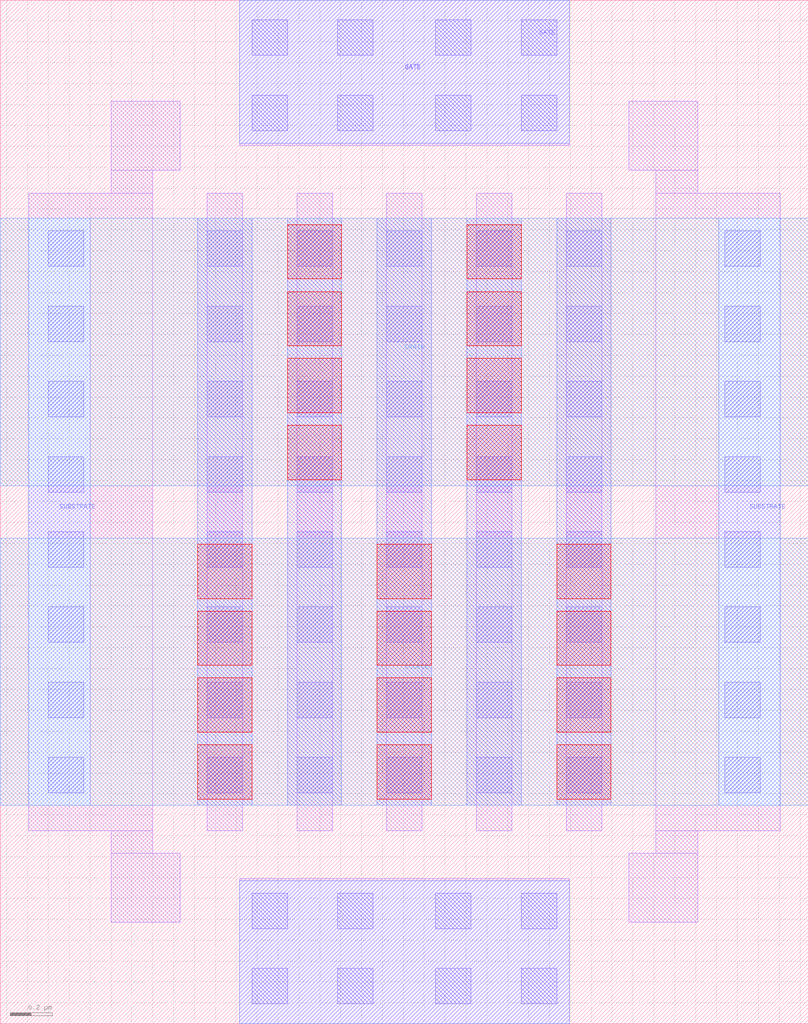
<source format=lef>
# Copyright 2020 The SkyWater PDK Authors
#
# Licensed under the Apache License, Version 2.0 (the "License");
# you may not use this file except in compliance with the License.
# You may obtain a copy of the License at
#
#     https://www.apache.org/licenses/LICENSE-2.0
#
# Unless required by applicable law or agreed to in writing, software
# distributed under the License is distributed on an "AS IS" BASIS,
# WITHOUT WARRANTIES OR CONDITIONS OF ANY KIND, either express or implied.
# See the License for the specific language governing permissions and
# limitations under the License.
#
# SPDX-License-Identifier: Apache-2.0

VERSION 5.7 ;
  NOWIREEXTENSIONATPIN ON ;
  DIVIDERCHAR "/" ;
  BUSBITCHARS "[]" ;
MACRO sky130_fd_pr__rf_nfet_01v8_lvt_bM04W3p00L0p15
  CLASS BLOCK ;
  FOREIGN sky130_fd_pr__rf_nfet_01v8_lvt_bM04W3p00L0p15 ;
  ORIGIN -0.070000  0.000000 ;
  SIZE  3.870000 BY  4.900000 ;
  PIN DRAIN
    ANTENNADIFFAREA  1.685600 ;
    PORT
      LAYER met2 ;
        RECT 0.070000 2.575000 3.940000 3.855000 ;
    END
  END DRAIN
  PIN GATE
    ANTENNAGATEAREA  1.806000 ;
    PORT
      LAYER li1 ;
        RECT 1.215000 0.000000 2.795000 0.695000 ;
        RECT 1.215000 4.205000 2.795000 4.900000 ;
      LAYER mcon ;
        RECT 1.275000 0.095000 1.445000 0.265000 ;
        RECT 1.275000 0.455000 1.445000 0.625000 ;
        RECT 1.275000 4.275000 1.445000 4.445000 ;
        RECT 1.275000 4.635000 1.445000 4.805000 ;
        RECT 1.685000 0.095000 1.855000 0.265000 ;
        RECT 1.685000 0.455000 1.855000 0.625000 ;
        RECT 1.685000 4.275000 1.855000 4.445000 ;
        RECT 1.685000 4.635000 1.855000 4.805000 ;
        RECT 2.155000 0.095000 2.325000 0.265000 ;
        RECT 2.155000 0.455000 2.325000 0.625000 ;
        RECT 2.155000 4.275000 2.325000 4.445000 ;
        RECT 2.155000 4.635000 2.325000 4.805000 ;
        RECT 2.565000 0.095000 2.735000 0.265000 ;
        RECT 2.565000 0.455000 2.735000 0.625000 ;
        RECT 2.565000 4.275000 2.735000 4.445000 ;
        RECT 2.565000 4.635000 2.735000 4.805000 ;
    END
    PORT
      LAYER met1 ;
        RECT 1.215000 0.000000 2.795000 0.685000 ;
        RECT 1.215000 4.215000 2.795000 4.900000 ;
    END
  END GATE
  PIN SOURCE
    ANTENNADIFFAREA  2.528400 ;
    PORT
      LAYER met2 ;
        RECT 0.070000 1.045000 3.940000 2.325000 ;
    END
  END SOURCE
  PIN SUBSTRATE
    ANTENNADIFFAREA  1.956500 ;
    ANTENNAGATEAREA  0.451500 ;
    PORT
      LAYER met1 ;
        RECT 0.205000 1.045000 0.500000 3.855000 ;
    END
    PORT
      LAYER met1 ;
        RECT 3.510000 1.045000 3.805000 3.855000 ;
    END
  END SUBSTRATE
  OBS
    LAYER li1 ;
      RECT 0.205000 0.925000 0.800000 3.975000 ;
      RECT 0.600000 0.485000 0.930000 0.815000 ;
      RECT 0.600000 0.815000 0.800000 0.925000 ;
      RECT 0.600000 3.975000 0.800000 4.085000 ;
      RECT 0.600000 4.085000 0.930000 4.415000 ;
      RECT 1.060000 0.925000 1.230000 3.975000 ;
      RECT 1.490000 0.925000 1.660000 3.975000 ;
      RECT 1.920000 0.925000 2.090000 3.975000 ;
      RECT 2.350000 0.925000 2.520000 3.975000 ;
      RECT 2.780000 0.925000 2.950000 3.975000 ;
      RECT 3.080000 0.485000 3.410000 0.815000 ;
      RECT 3.080000 4.085000 3.410000 4.415000 ;
      RECT 3.210000 0.815000 3.410000 0.925000 ;
      RECT 3.210000 0.925000 3.805000 3.975000 ;
      RECT 3.210000 3.975000 3.410000 4.085000 ;
    LAYER mcon ;
      RECT 0.300000 1.105000 0.470000 1.275000 ;
      RECT 0.300000 1.465000 0.470000 1.635000 ;
      RECT 0.300000 1.825000 0.470000 1.995000 ;
      RECT 0.300000 2.185000 0.470000 2.355000 ;
      RECT 0.300000 2.545000 0.470000 2.715000 ;
      RECT 0.300000 2.905000 0.470000 3.075000 ;
      RECT 0.300000 3.265000 0.470000 3.435000 ;
      RECT 0.300000 3.625000 0.470000 3.795000 ;
      RECT 1.060000 1.105000 1.230000 1.275000 ;
      RECT 1.060000 1.465000 1.230000 1.635000 ;
      RECT 1.060000 1.825000 1.230000 1.995000 ;
      RECT 1.060000 2.185000 1.230000 2.355000 ;
      RECT 1.060000 2.545000 1.230000 2.715000 ;
      RECT 1.060000 2.905000 1.230000 3.075000 ;
      RECT 1.060000 3.265000 1.230000 3.435000 ;
      RECT 1.060000 3.625000 1.230000 3.795000 ;
      RECT 1.490000 1.105000 1.660000 1.275000 ;
      RECT 1.490000 1.465000 1.660000 1.635000 ;
      RECT 1.490000 1.825000 1.660000 1.995000 ;
      RECT 1.490000 2.185000 1.660000 2.355000 ;
      RECT 1.490000 2.545000 1.660000 2.715000 ;
      RECT 1.490000 2.905000 1.660000 3.075000 ;
      RECT 1.490000 3.265000 1.660000 3.435000 ;
      RECT 1.490000 3.625000 1.660000 3.795000 ;
      RECT 1.920000 1.105000 2.090000 1.275000 ;
      RECT 1.920000 1.465000 2.090000 1.635000 ;
      RECT 1.920000 1.825000 2.090000 1.995000 ;
      RECT 1.920000 2.185000 2.090000 2.355000 ;
      RECT 1.920000 2.545000 2.090000 2.715000 ;
      RECT 1.920000 2.905000 2.090000 3.075000 ;
      RECT 1.920000 3.265000 2.090000 3.435000 ;
      RECT 1.920000 3.625000 2.090000 3.795000 ;
      RECT 2.350000 1.105000 2.520000 1.275000 ;
      RECT 2.350000 1.465000 2.520000 1.635000 ;
      RECT 2.350000 1.825000 2.520000 1.995000 ;
      RECT 2.350000 2.185000 2.520000 2.355000 ;
      RECT 2.350000 2.545000 2.520000 2.715000 ;
      RECT 2.350000 2.905000 2.520000 3.075000 ;
      RECT 2.350000 3.265000 2.520000 3.435000 ;
      RECT 2.350000 3.625000 2.520000 3.795000 ;
      RECT 2.780000 1.105000 2.950000 1.275000 ;
      RECT 2.780000 1.465000 2.950000 1.635000 ;
      RECT 2.780000 1.825000 2.950000 1.995000 ;
      RECT 2.780000 2.185000 2.950000 2.355000 ;
      RECT 2.780000 2.545000 2.950000 2.715000 ;
      RECT 2.780000 2.905000 2.950000 3.075000 ;
      RECT 2.780000 3.265000 2.950000 3.435000 ;
      RECT 2.780000 3.625000 2.950000 3.795000 ;
      RECT 3.540000 1.105000 3.710000 1.275000 ;
      RECT 3.540000 1.465000 3.710000 1.635000 ;
      RECT 3.540000 1.825000 3.710000 1.995000 ;
      RECT 3.540000 2.185000 3.710000 2.355000 ;
      RECT 3.540000 2.545000 3.710000 2.715000 ;
      RECT 3.540000 2.905000 3.710000 3.075000 ;
      RECT 3.540000 3.265000 3.710000 3.435000 ;
      RECT 3.540000 3.625000 3.710000 3.795000 ;
    LAYER met1 ;
      RECT 1.015000 1.045000 1.275000 3.855000 ;
      RECT 1.445000 1.045000 1.705000 3.855000 ;
      RECT 1.875000 1.045000 2.135000 3.855000 ;
      RECT 2.305000 1.045000 2.565000 3.855000 ;
      RECT 2.735000 1.045000 2.995000 3.855000 ;
    LAYER via ;
      RECT 1.015000 1.075000 1.275000 1.335000 ;
      RECT 1.015000 1.395000 1.275000 1.655000 ;
      RECT 1.015000 1.715000 1.275000 1.975000 ;
      RECT 1.015000 2.035000 1.275000 2.295000 ;
      RECT 1.445000 2.605000 1.705000 2.865000 ;
      RECT 1.445000 2.925000 1.705000 3.185000 ;
      RECT 1.445000 3.245000 1.705000 3.505000 ;
      RECT 1.445000 3.565000 1.705000 3.825000 ;
      RECT 1.875000 1.075000 2.135000 1.335000 ;
      RECT 1.875000 1.395000 2.135000 1.655000 ;
      RECT 1.875000 1.715000 2.135000 1.975000 ;
      RECT 1.875000 2.035000 2.135000 2.295000 ;
      RECT 2.305000 2.605000 2.565000 2.865000 ;
      RECT 2.305000 2.925000 2.565000 3.185000 ;
      RECT 2.305000 3.245000 2.565000 3.505000 ;
      RECT 2.305000 3.565000 2.565000 3.825000 ;
      RECT 2.735000 1.075000 2.995000 1.335000 ;
      RECT 2.735000 1.395000 2.995000 1.655000 ;
      RECT 2.735000 1.715000 2.995000 1.975000 ;
      RECT 2.735000 2.035000 2.995000 2.295000 ;
  END
END sky130_fd_pr__rf_nfet_01v8_lvt_bM04W3p00L0p15
END LIBRARY

</source>
